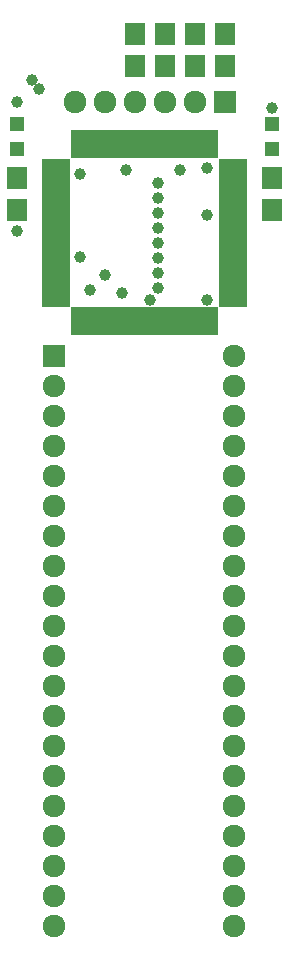
<source format=gbr>
G04 #@! TF.FileFunction,Soldermask,Top*
%FSLAX46Y46*%
G04 Gerber Fmt 4.6, Leading zero omitted, Abs format (unit mm)*
G04 Created by KiCad (PCBNEW 4.0.7) date 03/16/20 13:41:23*
%MOMM*%
%LPD*%
G01*
G04 APERTURE LIST*
%ADD10C,0.100000*%
%ADD11R,1.300000X1.200000*%
%ADD12C,1.924000*%
%ADD13R,1.924000X1.924000*%
%ADD14R,1.700000X1.900000*%
%ADD15C,1.000000*%
%ADD16R,2.432000X0.603200*%
%ADD17R,0.603200X2.432000*%
G04 APERTURE END LIST*
D10*
D11*
X113157000Y-62196000D03*
X113157000Y-64296000D03*
X134747000Y-62196000D03*
X134747000Y-64296000D03*
D12*
X116332000Y-127508000D03*
X116332000Y-130048000D03*
X131572000Y-130048000D03*
X131572000Y-127508000D03*
X131572000Y-112268000D03*
X131572000Y-114808000D03*
X131572000Y-117348000D03*
X131572000Y-119888000D03*
X131572000Y-122428000D03*
X131572000Y-124968000D03*
X116332000Y-124968000D03*
X116332000Y-122428000D03*
X116332000Y-119888000D03*
X116332000Y-117348000D03*
X116332000Y-114808000D03*
X116332000Y-112268000D03*
D13*
X116332000Y-81788000D03*
D12*
X116332000Y-84328000D03*
X116332000Y-86868000D03*
X116332000Y-89408000D03*
X116332000Y-91948000D03*
X116332000Y-94488000D03*
X116332000Y-97028000D03*
X116332000Y-99568000D03*
X116332000Y-102108000D03*
X116332000Y-104648000D03*
X116332000Y-107188000D03*
X116332000Y-109728000D03*
X131572000Y-109728000D03*
X131572000Y-107188000D03*
X131572000Y-104648000D03*
X131572000Y-102108000D03*
X131572000Y-99568000D03*
X131572000Y-97028000D03*
X131572000Y-94488000D03*
X131572000Y-91948000D03*
X131572000Y-89408000D03*
X131572000Y-86868000D03*
X131572000Y-84328000D03*
X131572000Y-81788000D03*
X123190000Y-60325000D03*
X125730000Y-60325000D03*
D13*
X130810000Y-60325000D03*
D12*
X128270000Y-60325000D03*
X120650000Y-60325000D03*
X118110000Y-60325000D03*
D14*
X130810000Y-54530000D03*
X130810000Y-57230000D03*
X128270000Y-54530000D03*
X128270000Y-57230000D03*
X125730000Y-54530000D03*
X125730000Y-57230000D03*
X123190000Y-54530000D03*
X123190000Y-57230000D03*
X113157000Y-69422000D03*
X113157000Y-66722000D03*
X134747000Y-69422000D03*
X134747000Y-66722000D03*
D15*
X120650000Y-74930000D03*
X119380000Y-76200000D03*
X125095000Y-76073000D03*
X125095000Y-74803000D03*
X125095000Y-73533000D03*
X125095000Y-72263000D03*
X125095000Y-70993000D03*
X125095000Y-69723000D03*
X125095000Y-68453000D03*
X125095000Y-67183000D03*
X127000000Y-66040000D03*
X122047000Y-76454000D03*
X124460000Y-77089000D03*
X114427000Y-58420000D03*
X113157000Y-71247000D03*
X118491000Y-73406000D03*
X118491000Y-66421000D03*
X115062000Y-59182000D03*
X122428000Y-66040000D03*
X129286000Y-69850000D03*
X129286000Y-77089000D03*
X113157000Y-60325000D03*
X129286000Y-65913000D03*
X134747000Y-60833000D03*
D16*
X116452000Y-77374000D03*
X116452000Y-76874000D03*
X116452000Y-75874000D03*
X116452000Y-76374000D03*
X116452000Y-74374000D03*
X116452000Y-73874000D03*
X116452000Y-74874000D03*
X116452000Y-75374000D03*
X116452000Y-71874000D03*
X116452000Y-69874000D03*
X116452000Y-69374000D03*
X116452000Y-70374000D03*
X116452000Y-72374000D03*
X116452000Y-71374000D03*
X116452000Y-72874000D03*
X116452000Y-73374000D03*
X116452000Y-65374000D03*
X116452000Y-67374000D03*
X116452000Y-66874000D03*
X116452000Y-65874000D03*
X116452000Y-66374000D03*
X116452000Y-67874000D03*
X116452000Y-70874000D03*
X116452000Y-68374000D03*
X116452000Y-68874000D03*
X131452000Y-68874000D03*
X131452000Y-68374000D03*
X131452000Y-70874000D03*
X131452000Y-67874000D03*
X131452000Y-66374000D03*
X131452000Y-65874000D03*
X131452000Y-66874000D03*
X131452000Y-67374000D03*
X131452000Y-65374000D03*
X131452000Y-73374000D03*
X131452000Y-72874000D03*
X131452000Y-71374000D03*
X131452000Y-72374000D03*
X131452000Y-70374000D03*
X131452000Y-69374000D03*
X131452000Y-69874000D03*
X131452000Y-71874000D03*
X131452000Y-75374000D03*
X131452000Y-74874000D03*
X131452000Y-73874000D03*
X131452000Y-74374000D03*
X131452000Y-76374000D03*
X131452000Y-75874000D03*
X131452000Y-76874000D03*
X131452000Y-77374000D03*
D17*
X117952000Y-78874000D03*
X118452000Y-78874000D03*
X119452000Y-78874000D03*
X118952000Y-78874000D03*
X120952000Y-78874000D03*
X121452000Y-78874000D03*
X120452000Y-78874000D03*
X119952000Y-78874000D03*
X123952000Y-78874000D03*
X124452000Y-78874000D03*
X125452000Y-78874000D03*
X124952000Y-78874000D03*
X122952000Y-78874000D03*
X123452000Y-78874000D03*
X122452000Y-78874000D03*
X121952000Y-78874000D03*
X129952000Y-78874000D03*
X127952000Y-78874000D03*
X128452000Y-78874000D03*
X129452000Y-78874000D03*
X128952000Y-78874000D03*
X126952000Y-78874000D03*
X127452000Y-78874000D03*
X126452000Y-78874000D03*
X125952000Y-78874000D03*
X125952000Y-63874000D03*
X126452000Y-63874000D03*
X127452000Y-63874000D03*
X126952000Y-63874000D03*
X128952000Y-63874000D03*
X129452000Y-63874000D03*
X128452000Y-63874000D03*
X127952000Y-63874000D03*
X129952000Y-63874000D03*
X121952000Y-63874000D03*
X122452000Y-63874000D03*
X123452000Y-63874000D03*
X122952000Y-63874000D03*
X124952000Y-63874000D03*
X125452000Y-63874000D03*
X124452000Y-63874000D03*
X123952000Y-63874000D03*
X119952000Y-63874000D03*
X120452000Y-63874000D03*
X121452000Y-63874000D03*
X120952000Y-63874000D03*
X118952000Y-63874000D03*
X119452000Y-63874000D03*
X118452000Y-63874000D03*
X117952000Y-63874000D03*
M02*

</source>
